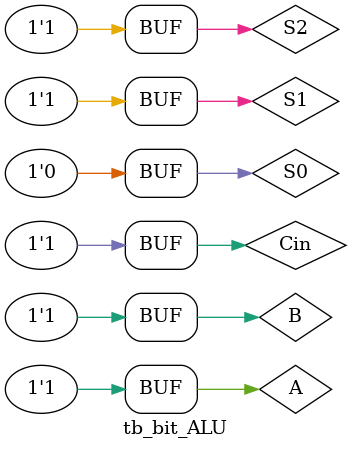
<source format=sv>
`timescale 1ns/10ps
module bit_ALU(S0,S1,S2,A,B,Cin,Cout,out);
 input logic A,B,S0,S1,S2,Cin;
 output logic Cout,out;
 logic sum;
 logic nB,Bin,AND,OR,XOR,outA,outB;

 not #0.05 (nB,B);
 mux2to1_bit m1 (.out(Bin), .i0(B), .i1(nB), .sel(S0));
 fulladder fa (.A(A),.B(Bin),.Cin(Cin),.sum(sum),.Cout(Cout));
 and #0.05 (AND,A,B);
 or #0.05 (OR,A,B);
 xor #0.05 (XOR,A,B);
 mux4to1_bit m2(.out(outA), .i00(B), .i01(sum), .i10(sum), .i11(sum), .sel0(S0), .sel1(S1));
 mux4to1_bit m3(.out(outB), .i00(AND), .i01(OR), .i10(XOR), .i11(OR), .sel0(S0), .sel1(S1));
 mux2to1_bit m4 (.out(out), .i0(outA), .i1(outB), .sel(S2));
endmodule 



module tb_bit_ALU();

logic S0,S1,S2,A,B,Cin,Cout,out;

bit_ALU dut (.S0,.S1,.S2,.A,.B,.Cin,.Cout,.out);

initial begin
 S0 = 0; S1 = 0; S2 = 0; A = 0; B = 0; Cin = 0; #1000; 
 S0 = 0; S1 = 1; A = 0; B = 0; Cin = 0; #1000; 
 A = 1; B = 0; Cin = 0; #1000; 
 A = 1; B = 0; Cin = 0; #1000; 
 A = 0; B = 1; Cin = 0; #1000; 
 A = 0; B = 1; Cin = 0; #1000; 
 S0 = 1; Cin = 1; #1000;
 A= 1; B= 1; #1000;
 {S0,S1,S2} = 3'b000; #1000;
 {S2,S1,S0} = 3'b010; #1000;
 {S2,S1,S0} = 3'b011; #1000;
 {S2,S1,S0} = 3'b100; #1000;
 {S2,S1,S0} = 3'b101; #1000;
 {S2,S1,S0} = 3'b110; #1000;
end

endmodule 
</source>
